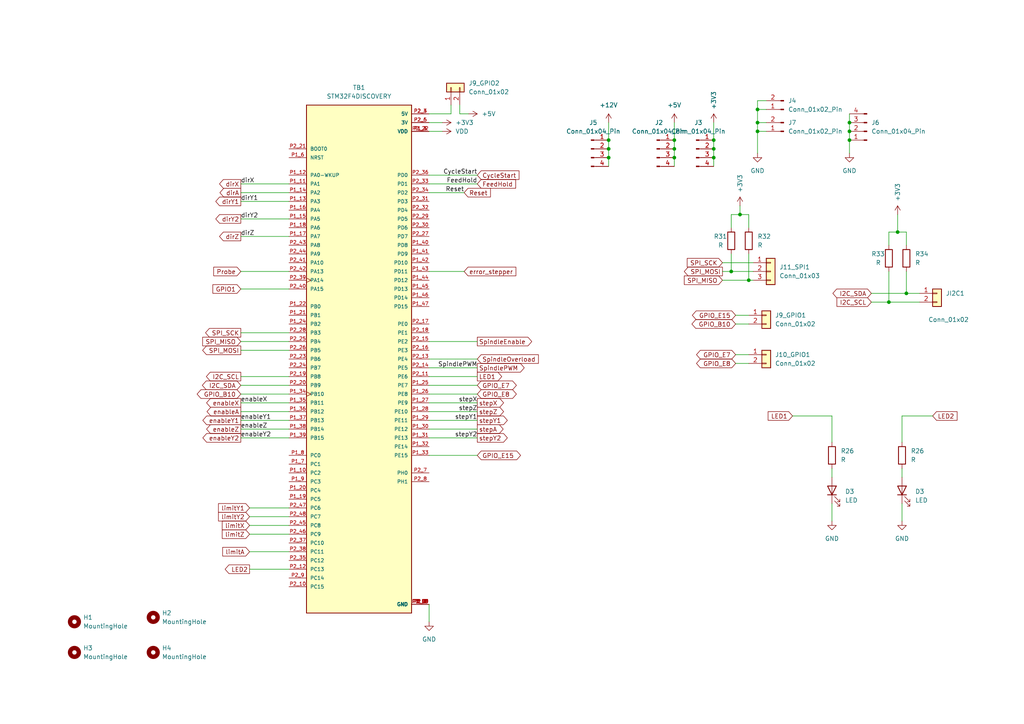
<source format=kicad_sch>
(kicad_sch (version 20230121) (generator eeschema)
  (paper "A4")
  (lib_symbols
    (symbol "Connector:Conn_01x02_Pin" (pin_names (offset 1.016) hide)
      (property "Reference" "J" (at 0 2.54 0))
      (property "Value" "Conn_01x02_Pin" (at 0 -5.08 0))
      (symbol "Conn_01x02_Pin_1_1"
        (polyline (pts (xy 1.27 -2.54) (xy 0.8636 -2.54)) (stroke (width 0.1524)))
        (polyline (pts (xy 1.27 0) (xy 0.8636 0)) (stroke (width 0.1524)))
        (rectangle (start 0.8636 -2.413) (end 0 -2.667) (stroke (width 0.1524)) (fill (type outline)))
        (rectangle (start 0.8636 0.127) (end 0 -0.127) (stroke (width 0.1524)) (fill (type outline)))
        (pin passive line (at 5.08 0 180) (length 3.81) (name "Pin_1") (number "1"))
        (pin passive line (at 5.08 -2.54 180) (length 3.81) (name "Pin_2") (number "2"))
      )
    )
    (symbol "Connector:Conn_01x04_Pin" (pin_names (offset 1.016) hide)
      (property "Reference" "J" (at 0 5.08 0))
      (property "Value" "Conn_01x04_Pin" (at 0 -7.62 0))
      (symbol "Conn_01x04_Pin_1_1"
        (polyline (pts (xy 1.27 -5.08) (xy 0.8636 -5.08)) (stroke (width 0.1524)))
        (polyline (pts (xy 1.27 -2.54) (xy 0.8636 -2.54)) (stroke (width 0.1524)))
        (polyline (pts (xy 1.27 0) (xy 0.8636 0)) (stroke (width 0.1524)))
        (polyline (pts (xy 1.27 2.54) (xy 0.8636 2.54)) (stroke (width 0.1524)))
        (rectangle (start 0.8636 -4.953) (end 0 -5.207) (stroke (width 0.1524)) (fill (type outline)))
        (rectangle (start 0.8636 -2.413) (end 0 -2.667) (stroke (width 0.1524)) (fill (type outline)))
        (rectangle (start 0.8636 0.127) (end 0 -0.127) (stroke (width 0.1524)) (fill (type outline)))
        (rectangle (start 0.8636 2.667) (end 0 2.413) (stroke (width 0.1524)) (fill (type outline)))
        (pin passive line (at 5.08 2.54 180) (length 3.81) (name "Pin_1") (number "1"))
        (pin passive line (at 5.08 0 180) (length 3.81) (name "Pin_2") (number "2"))
        (pin passive line (at 5.08 -2.54 180) (length 3.81) (name "Pin_3") (number "3"))
        (pin passive line (at 5.08 -5.08 180) (length 3.81) (name "Pin_4") (number "4"))
      )
    )
    (symbol "Connector_Generic:Conn_01x02" (pin_names (offset 1.016) hide)
      (property "Reference" "J" (at 0 2.54 0))
      (property "Value" "Conn_01x02" (at 0 -5.08 0))
      (symbol "Conn_01x02_1_1"
        (rectangle (start -1.27 -2.413) (end 0 -2.667) (stroke (width 0.1524)))
        (rectangle (start -1.27 0.127) (end 0 -0.127) (stroke (width 0.1524)))
        (rectangle (start -1.27 1.27) (end 1.27 -3.81) (stroke (width 0.254)) (fill (type background)))
        (pin passive line (at -5.08 0 0) (length 3.81) (name "Pin_1") (number "1"))
        (pin passive line (at -5.08 -2.54 0) (length 3.81) (name "Pin_2") (number "2"))
      )
    )
    (symbol "Connector_Generic:Conn_01x03" (pin_names (offset 1.016) hide)
      (property "Reference" "J" (at 0 5.08 0))
      (property "Value" "Conn_01x03" (at 0 -5.08 0))
      (symbol "Conn_01x03_1_1"
        (rectangle (start -1.27 -2.413) (end 0 -2.667) (stroke (width 0.1524)))
        (rectangle (start -1.27 0.127) (end 0 -0.127) (stroke (width 0.1524)))
        (rectangle (start -1.27 2.667) (end 0 2.413) (stroke (width 0.1524)))
        (rectangle (start -1.27 3.81) (end 1.27 -3.81) (stroke (width 0.254)) (fill (type background)))
        (pin passive line (at -5.08 2.54 0) (length 3.81) (name "Pin_1") (number "1"))
        (pin passive line (at -5.08 0 0) (length 3.81) (name "Pin_2") (number "2"))
        (pin passive line (at -5.08 -2.54 0) (length 3.81) (name "Pin_3") (number "3"))
      )
    )
    (symbol "Device:LED" (pin_numbers hide) (pin_names (offset 1.016) hide)
      (property "Reference" "D" (at 0 2.54 0))
      (property "Value" "LED" (at 0 -2.54 0))
      (symbol "LED_0_1"
        (polyline (pts (xy -1.27 -1.27) (xy -1.27 1.27)) (stroke (width 0.254)))
        (polyline (pts (xy -1.27 0) (xy 1.27 0)))
        (polyline (pts (xy 1.27 -1.27) (xy 1.27 1.27) (xy -1.27 0) (xy 1.27 -1.27)) (stroke (width 0.254)))
        (polyline (pts (xy -3.048 -0.762) (xy -4.572 -2.286) (xy -3.81 -2.286) (xy -4.572 -2.286) (xy -4.572 -1.524)))
        (polyline (pts (xy -1.778 -0.762) (xy -3.302 -2.286) (xy -2.54 -2.286) (xy -3.302 -2.286) (xy -3.302 -1.524)))
      )
      (symbol "LED_1_1"
        (pin passive line (at -3.81 0 0) (length 2.54) (name "K") (number "1"))
        (pin passive line (at 3.81 0 180) (length 2.54) (name "A") (number "2"))
      )
    )
    (symbol "Device:R" (pin_numbers hide) (pin_names (offset 0))
      (property "Reference" "R" (at 2.032 0 90))
      (property "Value" "R" (at 0 0 90))
      (symbol "R_0_1"
        (rectangle (start -1.016 -2.54) (end 1.016 2.54) (stroke (width 0.254)))
      )
      (symbol "R_1_1"
        (pin passive line (at 0 3.81 270) (length 1.27) (name "~") (number "1"))
        (pin passive line (at 0 -3.81 90) (length 1.27) (name "~") (number "2"))
      )
    )
    (symbol "Mechanical:MountingHole" (pin_names (offset 1.016))
      (property "Reference" "H" (at 0 5.08 0))
      (property "Value" "MountingHole" (at 0 3.175 0))
      (symbol "MountingHole_0_1"
        (circle (center 0 0) (radius 1.27) (stroke (width 1.27)))
      )
    )
    (symbol "STM32F4DISCOVERY:STM32F4DISCOVERY" (pin_names (offset 1.016))
      (property "Reference" "TB" (at -15.2416 74.1716 0))
      (property "Value" "STM32F4DISCOVERY" (at -15.2403 -76.2007 0))
      (symbol "STM32F4DISCOVERY_0_0"
        (rectangle (start -15.24 -73.66) (end 15.24 73.66) (stroke (width 0.254)) (fill (type background)))
        (pin power_in line (at 20.32 -71.12 180) (length 5.08) (name "GND") (number "P1_1"))
        (pin bidirectional line (at -20.32 -33.02 0) (length 5.08) (name "PC2") (number "P1_10"))
        (pin bidirectional line (at -20.32 50.8 0) (length 5.08) (name "PA1") (number "P1_11"))
        (pin bidirectional line (at -20.32 53.34 0) (length 5.08) (name "PA0-WKUP") (number "P1_12"))
        (pin bidirectional line (at -20.32 45.72 0) (length 5.08) (name "PA3") (number "P1_13"))
        (pin bidirectional line (at -20.32 48.26 0) (length 5.08) (name "PA2") (number "P1_14"))
        (pin bidirectional line (at -20.32 40.64 0) (length 5.08) (name "PA5") (number "P1_15"))
        (pin bidirectional line (at -20.32 43.18 0) (length 5.08) (name "PA4") (number "P1_16"))
        (pin bidirectional line (at -20.32 35.56 0) (length 5.08) (name "PA7") (number "P1_17"))
        (pin bidirectional line (at -20.32 38.1 0) (length 5.08) (name "PA6") (number "P1_18"))
        (pin bidirectional line (at -20.32 -40.64 0) (length 5.08) (name "PC5") (number "P1_19"))
        (pin power_in line (at 20.32 -71.12 180) (length 5.08) (name "GND") (number "P1_2"))
        (pin bidirectional line (at -20.32 -38.1 0) (length 5.08) (name "PC4") (number "P1_20"))
        (pin bidirectional line (at -20.32 12.7 0) (length 5.08) (name "PB1") (number "P1_21"))
        (pin bidirectional line (at -20.32 15.24 0) (length 5.08) (name "PB0") (number "P1_22"))
        (pin power_in line (at 20.32 -71.12 180) (length 5.08) (name "GND") (number "P1_23"))
        (pin bidirectional line (at -20.32 10.16 0) (length 5.08) (name "PB2") (number "P1_24"))
        (pin bidirectional line (at 20.32 -7.62 180) (length 5.08) (name "PE7") (number "P1_25"))
        (pin bidirectional line (at 20.32 -10.16 180) (length 5.08) (name "PE8") (number "P1_26"))
        (pin bidirectional line (at 20.32 -12.7 180) (length 5.08) (name "PE9") (number "P1_27"))
        (pin bidirectional line (at 20.32 -15.24 180) (length 5.08) (name "PE10") (number "P1_28"))
        (pin bidirectional line (at 20.32 -17.78 180) (length 5.08) (name "PE11") (number "P1_29"))
        (pin power_in line (at 20.32 66.04 180) (length 5.08) (name "VDD") (number "P1_3"))
        (pin bidirectional line (at 20.32 -20.32 180) (length 5.08) (name "PE12") (number "P1_30"))
        (pin bidirectional line (at 20.32 -22.86 180) (length 5.08) (name "PE13") (number "P1_31"))
        (pin bidirectional line (at 20.32 -25.4 180) (length 5.08) (name "PE14") (number "P1_32"))
        (pin bidirectional line (at 20.32 -27.94 180) (length 5.08) (name "PE15") (number "P1_33"))
        (pin bidirectional clock (at -20.32 -10.16 0) (length 5.08) (name "PB10") (number "P1_34"))
        (pin bidirectional line (at -20.32 -12.7 0) (length 5.08) (name "PB11") (number "P1_35"))
        (pin bidirectional line (at -20.32 -15.24 0) (length 5.08) (name "PB12") (number "P1_36"))
        (pin bidirectional line (at -20.32 -17.78 0) (length 5.08) (name "PB13") (number "P1_37"))
        (pin bidirectional line (at -20.32 -20.32 0) (length 5.08) (name "PB14") (number "P1_38"))
        (pin bidirectional line (at -20.32 -22.86 0) (length 5.08) (name "PB15") (number "P1_39"))
        (pin power_in line (at 20.32 66.04 180) (length 5.08) (name "VDD") (number "P1_4"))
        (pin bidirectional line (at 20.32 33.02 180) (length 5.08) (name "PD8") (number "P1_40"))
        (pin bidirectional line (at 20.32 30.48 180) (length 5.08) (name "PD9") (number "P1_41"))
        (pin bidirectional line (at 20.32 27.94 180) (length 5.08) (name "PD10") (number "P1_42"))
        (pin bidirectional line (at 20.32 25.4 180) (length 5.08) (name "PD11") (number "P1_43"))
        (pin bidirectional line (at 20.32 22.86 180) (length 5.08) (name "PD12") (number "P1_44"))
        (pin bidirectional line (at 20.32 20.32 180) (length 5.08) (name "PD13") (number "P1_45"))
        (pin bidirectional line (at 20.32 17.78 180) (length 5.08) (name "PD14") (number "P1_46"))
        (pin bidirectional line (at 20.32 15.24 180) (length 5.08) (name "PD15") (number "P1_47"))
        (pin power_in line (at 20.32 -71.12 180) (length 5.08) (name "GND") (number "P1_49"))
        (pin power_in line (at 20.32 -71.12 180) (length 5.08) (name "GND") (number "P1_5"))
        (pin power_in line (at 20.32 -71.12 180) (length 5.08) (name "GND") (number "P1_50"))
        (pin input line (at -20.32 58.42 0) (length 5.08) (name "NRST") (number "P1_6"))
        (pin bidirectional line (at -20.32 -30.48 0) (length 5.08) (name "PC1") (number "P1_7"))
        (pin bidirectional line (at -20.32 -27.94 0) (length 5.08) (name "PC0") (number "P1_8"))
        (pin bidirectional line (at -20.32 -35.56 0) (length 5.08) (name "PC3") (number "P1_9"))
        (pin power_in line (at 20.32 -71.12 180) (length 5.08) (name "GND") (number "P2_1"))
        (pin bidirectional line (at -20.32 -66.04 0) (length 5.08) (name "PC15") (number "P2_10"))
        (pin bidirectional line (at 20.32 -5.08 180) (length 5.08) (name "PE6") (number "P2_11"))
        (pin bidirectional line (at -20.32 -60.96 0) (length 5.08) (name "PC13") (number "P2_12"))
        (pin bidirectional line (at 20.32 0 180) (length 5.08) (name "PE4") (number "P2_13"))
        (pin bidirectional line (at 20.32 -2.54 180) (length 5.08) (name "PE5") (number "P2_14"))
        (pin bidirectional line (at 20.32 5.08 180) (length 5.08) (name "PE2") (number "P2_15"))
        (pin bidirectional line (at 20.32 2.54 180) (length 5.08) (name "PE3") (number "P2_16"))
        (pin bidirectional line (at 20.32 10.16 180) (length 5.08) (name "PE0") (number "P2_17"))
        (pin bidirectional line (at 20.32 7.62 180) (length 5.08) (name "PE1") (number "P2_18"))
        (pin bidirectional line (at -20.32 -5.08 0) (length 5.08) (name "PB8") (number "P2_19"))
        (pin power_in line (at 20.32 -71.12 180) (length 5.08) (name "GND") (number "P2_2"))
        (pin bidirectional line (at -20.32 -7.62 0) (length 5.08) (name "PB9") (number "P2_20"))
        (pin input line (at -20.32 60.96 0) (length 5.08) (name "BOOT0") (number "P2_21"))
        (pin power_in line (at 20.32 66.04 180) (length 5.08) (name "VDD") (number "P2_22"))
        (pin bidirectional line (at -20.32 0 0) (length 5.08) (name "PB6") (number "P2_23"))
        (pin bidirectional line (at -20.32 -2.54 0) (length 5.08) (name "PB7") (number "P2_24"))
        (pin bidirectional line (at -20.32 5.08 0) (length 5.08) (name "PB4") (number "P2_25"))
        (pin bidirectional line (at -20.32 2.54 0) (length 5.08) (name "PB5") (number "P2_26"))
        (pin bidirectional line (at 20.32 35.56 180) (length 5.08) (name "PD7") (number "P2_27"))
        (pin bidirectional line (at -20.32 7.62 0) (length 5.08) (name "PB3") (number "P2_28"))
        (pin bidirectional line (at 20.32 40.64 180) (length 5.08) (name "PD5") (number "P2_29"))
        (pin power_in line (at 20.32 71.12 180) (length 5.08) (name "5V") (number "P2_3"))
        (pin bidirectional line (at 20.32 38.1 180) (length 5.08) (name "PD6") (number "P2_30"))
        (pin bidirectional line (at 20.32 45.72 180) (length 5.08) (name "PD3") (number "P2_31"))
        (pin bidirectional line (at 20.32 43.18 180) (length 5.08) (name "PD4") (number "P2_32"))
        (pin bidirectional line (at 20.32 50.8 180) (length 5.08) (name "PD1") (number "P2_33"))
        (pin bidirectional line (at 20.32 48.26 180) (length 5.08) (name "PD2") (number "P2_34"))
        (pin bidirectional line (at -20.32 -58.42 0) (length 5.08) (name "PC12") (number "P2_35"))
        (pin bidirectional line (at 20.32 53.34 180) (length 5.08) (name "PD0") (number "P2_36"))
        (pin bidirectional line (at -20.32 -53.34 0) (length 5.08) (name "PC10") (number "P2_37"))
        (pin bidirectional line (at -20.32 -55.88 0) (length 5.08) (name "PC11") (number "P2_38"))
        (pin bidirectional clock (at -20.32 22.86 0) (length 5.08) (name "PA14") (number "P2_39"))
        (pin power_in line (at 20.32 71.12 180) (length 5.08) (name "5V") (number "P2_4"))
        (pin bidirectional line (at -20.32 20.32 0) (length 5.08) (name "PA15") (number "P2_40"))
        (pin bidirectional line (at -20.32 27.94 0) (length 5.08) (name "PA10") (number "P2_41"))
        (pin bidirectional line (at -20.32 25.4 0) (length 5.08) (name "PA13") (number "P2_42"))
        (pin bidirectional line (at -20.32 33.02 0) (length 5.08) (name "PA8") (number "P2_43"))
        (pin bidirectional line (at -20.32 30.48 0) (length 5.08) (name "PA9") (number "P2_44"))
        (pin bidirectional line (at -20.32 -48.26 0) (length 5.08) (name "PC8") (number "P2_45"))
        (pin bidirectional line (at -20.32 -50.8 0) (length 5.08) (name "PC9") (number "P2_46"))
        (pin bidirectional line (at -20.32 -43.18 0) (length 5.08) (name "PC6") (number "P2_47"))
        (pin bidirectional line (at -20.32 -45.72 0) (length 5.08) (name "PC7") (number "P2_48"))
        (pin power_in line (at 20.32 -71.12 180) (length 5.08) (name "GND") (number "P2_49"))
        (pin power_in line (at 20.32 68.58 180) (length 5.08) (name "3V") (number "P2_5"))
        (pin power_in line (at 20.32 -71.12 180) (length 5.08) (name "GND") (number "P2_50"))
        (pin power_in line (at 20.32 68.58 180) (length 5.08) (name "3V") (number "P2_6"))
        (pin bidirectional line (at 20.32 -33.02 180) (length 5.08) (name "PH0") (number "P2_7"))
        (pin bidirectional line (at 20.32 -35.56 180) (length 5.08) (name "PH1") (number "P2_8"))
        (pin bidirectional line (at -20.32 -63.5 0) (length 5.08) (name "PC14") (number "P2_9"))
      )
    )
    (symbol "power:+12V" (power) (pin_names (offset 0))
      (property "Value" "+12V" (at 0 3.556 0))
      (symbol "+12V_0_1"
        (polyline (pts (xy -0.762 1.27) (xy 0 2.54)))
        (polyline (pts (xy 0 0) (xy 0 2.54)))
        (polyline (pts (xy 0 2.54) (xy 0.762 1.27)))
      )
      (symbol "+12V_1_1"
        (pin power_in line (at 0 0 90) (length 0) hide (name "+12V") (number "1"))
      )
    )
    (symbol "power:+3V3" (power) (pin_names (offset 0))
      (property "Value" "+3V3" (at 0 3.556 0))
      (symbol "+3V3_0_1"
        (polyline (pts (xy -0.762 1.27) (xy 0 2.54)))
        (polyline (pts (xy 0 0) (xy 0 2.54)))
        (polyline (pts (xy 0 2.54) (xy 0.762 1.27)))
      )
      (symbol "+3V3_1_1"
        (pin power_in line (at 0 0 90) (length 0) hide (name "+3V3") (number "1"))
      )
    )
    (symbol "power:+5V" (power) (pin_names (offset 0))
      (property "Value" "+5V" (at 0 3.556 0))
      (symbol "+5V_0_1"
        (polyline (pts (xy -0.762 1.27) (xy 0 2.54)))
        (polyline (pts (xy 0 0) (xy 0 2.54)))
        (polyline (pts (xy 0 2.54) (xy 0.762 1.27)))
      )
      (symbol "+5V_1_1"
        (pin power_in line (at 0 0 90) (length 0) hide (name "+5V") (number "1"))
      )
    )
    (symbol "power:GND" (power) (pin_names (offset 0))
      (property "Value" "GND" (at 0 -3.81 0))
      (symbol "GND_0_1"
        (polyline (pts (xy 0 0) (xy 0 -1.27) (xy 1.27 -1.27) (xy 0 -2.54) (xy -1.27 -1.27) (xy 0 -1.27)))
      )
      (symbol "GND_1_1"
        (pin power_in line (at 0 0 270) (length 0) hide (name "GND") (number "1"))
      )
    )
    (symbol "power:VDD" (power) (pin_names (offset 0))
      (property "Value" "VDD" (at 0 3.81 0))
      (symbol "VDD_0_1"
        (polyline (pts (xy -0.762 1.27) (xy 0 2.54)))
        (polyline (pts (xy 0 0) (xy 0 2.54)))
        (polyline (pts (xy 0 2.54) (xy 0.762 1.27)))
      )
      (symbol "VDD_1_1"
        (pin power_in line (at 0 0 90) (length 0) hide (name "VDD") (number "1"))
      )
    )
  )
  (junction (at 257.81 87.63))
  (junction (at 212.09 78.74))
  (junction (at 219.71 31.75))
  (junction (at 246.38 38.1))
  (junction (at 176.53 43.18))
  (junction (at 219.71 38.1))
  (junction (at 195.58 45.72))
  (junction (at 195.58 40.64))
  (junction (at 207.01 43.18))
  (junction (at 214.63 62.23))
  (junction (at 246.38 40.64))
  (junction (at 207.01 45.72))
  (junction (at 217.17 81.28))
  (junction (at 207.01 40.64))
  (junction (at 219.71 35.56))
  (junction (at 195.58 43.18))
  (junction (at 260.35 67.31))
  (junction (at 176.53 40.64))
  (junction (at 246.38 35.56))
  (junction (at 262.89 85.09))
  (junction (at 176.53 45.72))
  (wire (pts (xy 124.46 109.22) (xy 138.43 109.22)))
  (wire (pts (xy 135.89 33.02) (xy 133.35 33.02)))
  (wire (pts (xy 213.36 102.87) (xy 217.17 102.87)))
  (wire (pts (xy 195.58 35.56) (xy 195.58 40.64)))
  (wire (pts (xy 219.71 38.1) (xy 222.25 38.1)))
  (wire (pts (xy 195.58 40.64) (xy 195.58 43.18)))
  (wire (pts (xy 212.09 62.23) (xy 214.63 62.23)))
  (wire (pts (xy 124.46 132.08) (xy 138.43 132.08)))
  (wire (pts (xy 219.71 29.21) (xy 219.71 31.75)))
  (wire (pts (xy 69.85 96.52) (xy 83.82 96.52)))
  (wire (pts (xy 219.71 29.21) (xy 222.25 29.21)))
  (wire (pts (xy 69.85 83.82) (xy 83.82 83.82)))
  (wire (pts (xy 69.85 116.84) (xy 83.82 116.84)))
  (wire (pts (xy 72.39 154.94) (xy 83.82 154.94)))
  (wire (pts (xy 241.3 146.05) (xy 241.3 151.13)))
  (wire (pts (xy 212.09 78.74) (xy 218.44 78.74)))
  (wire (pts (xy 176.53 45.72) (xy 176.53 48.26)))
  (wire (pts (xy 260.35 67.31) (xy 262.89 67.31)))
  (wire (pts (xy 124.46 111.76) (xy 138.43 111.76)))
  (wire (pts (xy 260.35 62.23) (xy 260.35 67.31)))
  (wire (pts (xy 252.73 85.09) (xy 262.89 85.09)))
  (wire (pts (xy 207.01 40.64) (xy 207.01 43.18)))
  (wire (pts (xy 209.55 76.2) (xy 218.44 76.2)))
  (wire (pts (xy 69.85 99.06) (xy 83.82 99.06)))
  (wire (pts (xy 246.38 38.1) (xy 246.38 40.64)))
  (wire (pts (xy 69.85 127) (xy 83.82 127)))
  (wire (pts (xy 69.85 101.6) (xy 83.82 101.6)))
  (wire (pts (xy 213.36 93.98) (xy 217.17 93.98)))
  (wire (pts (xy 69.85 55.88) (xy 83.82 55.88)))
  (wire (pts (xy 69.85 68.58) (xy 83.82 68.58)))
  (wire (pts (xy 262.89 67.31) (xy 262.89 71.12)))
  (wire (pts (xy 69.85 53.34) (xy 83.82 53.34)))
  (wire (pts (xy 124.46 78.74) (xy 134.62 78.74)))
  (wire (pts (xy 72.39 149.86) (xy 83.82 149.86)))
  (wire (pts (xy 69.85 78.74) (xy 83.82 78.74)))
  (wire (pts (xy 209.55 78.74) (xy 212.09 78.74)))
  (wire (pts (xy 217.17 73.66) (xy 217.17 81.28)))
  (wire (pts (xy 124.46 124.46) (xy 138.43 124.46)))
  (wire (pts (xy 207.01 45.72) (xy 207.01 48.26)))
  (wire (pts (xy 124.46 35.56) (xy 128.27 35.56)))
  (wire (pts (xy 212.09 66.04) (xy 212.09 62.23)))
  (wire (pts (xy 72.39 152.4) (xy 83.82 152.4)))
  (wire (pts (xy 213.36 105.41) (xy 217.17 105.41)))
  (wire (pts (xy 176.53 35.56) (xy 176.53 40.64)))
  (wire (pts (xy 209.55 81.28) (xy 217.17 81.28)))
  (wire (pts (xy 241.3 135.89) (xy 241.3 138.43)))
  (wire (pts (xy 212.09 73.66) (xy 212.09 78.74)))
  (wire (pts (xy 219.71 35.56) (xy 219.71 38.1)))
  (wire (pts (xy 195.58 43.18) (xy 195.58 45.72)))
  (wire (pts (xy 124.46 33.02) (xy 130.81 33.02)))
  (wire (pts (xy 261.62 120.65) (xy 261.62 128.27)))
  (wire (pts (xy 176.53 40.64) (xy 176.53 43.18)))
  (wire (pts (xy 257.81 67.31) (xy 260.35 67.31)))
  (wire (pts (xy 130.81 33.02) (xy 130.81 30.48)))
  (wire (pts (xy 176.53 43.18) (xy 176.53 45.72)))
  (wire (pts (xy 69.85 124.46) (xy 83.82 124.46)))
  (wire (pts (xy 69.85 121.92) (xy 83.82 121.92)))
  (wire (pts (xy 124.46 99.06) (xy 138.43 99.06)))
  (wire (pts (xy 124.46 119.38) (xy 138.43 119.38)))
  (wire (pts (xy 124.46 175.26) (xy 124.46 180.34)))
  (wire (pts (xy 124.46 104.14) (xy 138.43 104.14)))
  (wire (pts (xy 261.62 146.05) (xy 261.62 151.13)))
  (wire (pts (xy 69.85 109.22) (xy 83.82 109.22)))
  (wire (pts (xy 124.46 50.8) (xy 138.43 50.8)))
  (wire (pts (xy 214.63 62.23) (xy 217.17 62.23)))
  (wire (pts (xy 138.43 121.92) (xy 124.46 121.92)))
  (wire (pts (xy 262.89 85.09) (xy 266.7 85.09)))
  (wire (pts (xy 219.71 35.56) (xy 222.25 35.56)))
  (wire (pts (xy 241.3 120.65) (xy 241.3 128.27)))
  (wire (pts (xy 133.35 33.02) (xy 133.35 30.48)))
  (wire (pts (xy 72.39 160.02) (xy 83.82 160.02)))
  (wire (pts (xy 217.17 81.28) (xy 218.44 81.28)))
  (wire (pts (xy 257.81 71.12) (xy 257.81 67.31)))
  (wire (pts (xy 219.71 38.1) (xy 219.71 44.45)))
  (wire (pts (xy 257.81 78.74) (xy 257.81 87.63)))
  (wire (pts (xy 261.62 135.89) (xy 261.62 138.43)))
  (wire (pts (xy 124.46 106.68) (xy 138.43 106.68)))
  (wire (pts (xy 262.89 78.74) (xy 262.89 85.09)))
  (wire (pts (xy 69.85 111.76) (xy 83.82 111.76)))
  (wire (pts (xy 124.46 53.34) (xy 138.43 53.34)))
  (wire (pts (xy 219.71 31.75) (xy 222.25 31.75)))
  (wire (pts (xy 69.85 119.38) (xy 83.82 119.38)))
  (wire (pts (xy 246.38 33.02) (xy 246.38 35.56)))
  (wire (pts (xy 69.85 58.42) (xy 83.82 58.42)))
  (wire (pts (xy 219.71 31.75) (xy 219.71 35.56)))
  (wire (pts (xy 266.7 87.63) (xy 257.81 87.63)))
  (wire (pts (xy 138.43 127) (xy 124.46 127)))
  (wire (pts (xy 246.38 35.56) (xy 246.38 38.1)))
  (wire (pts (xy 124.46 114.3) (xy 138.43 114.3)))
  (wire (pts (xy 252.73 87.63) (xy 257.81 87.63)))
  (wire (pts (xy 214.63 59.69) (xy 214.63 62.23)))
  (wire (pts (xy 124.46 38.1) (xy 128.27 38.1)))
  (wire (pts (xy 138.43 116.84) (xy 124.46 116.84)))
  (wire (pts (xy 229.87 120.65) (xy 241.3 120.65)))
  (wire (pts (xy 72.39 165.1) (xy 83.82 165.1)))
  (wire (pts (xy 246.38 40.64) (xy 246.38 44.45)))
  (wire (pts (xy 69.85 63.5) (xy 83.82 63.5)))
  (wire (pts (xy 207.01 35.56) (xy 207.01 40.64)))
  (wire (pts (xy 261.62 120.65) (xy 270.51 120.65)))
  (wire (pts (xy 72.39 147.32) (xy 83.82 147.32)))
  (wire (pts (xy 195.58 45.72) (xy 195.58 48.26)))
  (wire (pts (xy 69.85 114.3) (xy 83.82 114.3)))
  (wire (pts (xy 207.01 43.18) (xy 207.01 45.72)))
  (wire (pts (xy 217.17 66.04) (xy 217.17 62.23)))
  (wire (pts (xy 124.46 55.88) (xy 134.62 55.88)))
  (wire (pts (xy 213.36 91.44) (xy 217.17 91.44)))
  (label "dirY1" (at 69.85 58.42 0))
  (label "stepY1" (at 138.43 121.92 180))
  (label "dirZ" (at 69.85 68.58 0))
  (label "stepY2" (at 138.43 127 180))
  (label "dirY2" (at 69.85 63.5 0))
  (label "enableY2" (at 69.85 127 0))
  (label "dirX" (at 69.85 53.34 0))
  (label "enableZ" (at 69.85 124.46 0))
  (label "CycleStart" (at 138.43 50.8 180))
  (label "enableY1" (at 69.85 121.92 0))
  (label "Reset" (at 134.62 55.88 180))
  (label "stepZ" (at 138.43 119.38 180))
  (label "enableX" (at 69.85 116.84 0))
  (label "stepX" (at 138.43 116.84 180))
  (label "FeedHold" (at 138.43 53.34 180))
  (label "SpindlePWM" (at 138.43 106.68 180))
  (global_label "Probe" (shape input) (at 69.85 78.74 180) (property "Intersheetrefs" "${INTERSHEET_REFS}" (effects hide)))
  (global_label "limitY1" (shape input) (at 72.39 147.32 180) (property "Intersheetrefs" "${INTERSHEET_REFS}" (effects hide)))
  (global_label "GPIO_E8" (shape bidirectional) (at 138.43 114.3 0) (property "Intersheetrefs" "${INTERSHEET_REFS}" (effects hide)))
  (global_label "LED2" (shape output) (at 72.39 165.1 180) (property "Intersheetrefs" "${INTERSHEET_REFS}" (effects hide)))
  (global_label "GPIO_E8" (shape bidirectional) (at 213.36 105.41 180) (property "Intersheetrefs" "${INTERSHEET_REFS}" (effects hide)))
  (global_label "GPIO_E15" (shape bidirectional) (at 213.36 91.44 180) (property "Intersheetrefs" "${INTERSHEET_REFS}" (effects hide)))
  (global_label "stepY1" (shape output) (at 138.43 121.92 0) (property "Intersheetrefs" "${INTERSHEET_REFS}" (effects hide)))
  (global_label "limitZ" (shape input) (at 72.39 154.94 180) (property "Intersheetrefs" "${INTERSHEET_REFS}" (effects hide)))
  (global_label "SPI_SCK" (shape output) (at 69.85 96.52 180) (property "Intersheetrefs" "${INTERSHEET_REFS}" (effects hide)))
  (global_label "FeedHold" (shape input) (at 138.43 53.34 0) (property "Intersheetrefs" "${INTERSHEET_REFS}" (effects hide)))
  (global_label "I2C_SCL" (shape input) (at 252.73 87.63 180) (property "Intersheetrefs" "${INTERSHEET_REFS}" (effects hide)))
  (global_label "SpindlePWM" (shape output) (at 138.43 106.68 0) (property "Intersheetrefs" "${INTERSHEET_REFS}" (effects hide)))
  (global_label "dirX" (shape output) (at 69.85 53.34 180) (property "Intersheetrefs" "${INTERSHEET_REFS}" (effects hide)))
  (global_label "limitY2" (shape input) (at 72.39 149.86 180) (property "Intersheetrefs" "${INTERSHEET_REFS}" (effects hide)))
  (global_label "dirZ" (shape output) (at 69.85 68.58 180) (property "Intersheetrefs" "${INTERSHEET_REFS}" (effects hide)))
  (global_label "SPI_MISO" (shape input) (at 209.55 81.28 180) (property "Intersheetrefs" "${INTERSHEET_REFS}" (effects hide)))
  (global_label "limitA" (shape input) (at 72.39 160.02 180) (property "Intersheetrefs" "${INTERSHEET_REFS}" (effects hide)))
  (global_label "LED2" (shape input) (at 270.51 120.65 0) (property "Intersheetrefs" "${INTERSHEET_REFS}" (effects hide)))
  (global_label "SPI_MOSI" (shape output) (at 69.85 101.6 180) (property "Intersheetrefs" "${INTERSHEET_REFS}" (effects hide)))
  (global_label "limitX" (shape input) (at 72.39 152.4 180) (property "Intersheetrefs" "${INTERSHEET_REFS}" (effects hide)))
  (global_label "dirY2" (shape output) (at 69.85 63.5 180) (property "Intersheetrefs" "${INTERSHEET_REFS}" (effects hide)))
  (global_label "enableZ" (shape output) (at 69.85 124.46 180) (property "Intersheetrefs" "${INTERSHEET_REFS}" (effects hide)))
  (global_label "SPI_SCK" (shape input) (at 209.55 76.2 180) (property "Intersheetrefs" "${INTERSHEET_REFS}" (effects hide)))
  (global_label "GPIO_E7" (shape bidirectional) (at 138.43 111.76 0) (property "Intersheetrefs" "${INTERSHEET_REFS}" (effects hide)))
  (global_label "GPIO_B10" (shape bidirectional) (at 69.85 114.3 180) (property "Intersheetrefs" "${INTERSHEET_REFS}" (effects hide)))
  (global_label "enableY2" (shape output) (at 69.85 127 180) (property "Intersheetrefs" "${INTERSHEET_REFS}" (effects hide)))
  (global_label "GPIO_B10" (shape bidirectional) (at 213.36 93.98 180) (property "Intersheetrefs" "${INTERSHEET_REFS}" (effects hide)))
  (global_label "LED1" (shape output) (at 138.43 109.22 0) (property "Intersheetrefs" "${INTERSHEET_REFS}" (effects hide)))
  (global_label "error_stepper" (shape input) (at 134.62 78.74 0) (property "Intersheetrefs" "${INTERSHEET_REFS}" (effects hide)))
  (global_label "SpindleEnable" (shape output) (at 138.43 99.06 0) (property "Intersheetrefs" "${INTERSHEET_REFS}" (effects hide)))
  (global_label "SPI_MISO" (shape input) (at 69.85 99.06 180) (property "Intersheetrefs" "${INTERSHEET_REFS}" (effects hide)))
  (global_label "GPIO_E15" (shape bidirectional) (at 138.43 132.08 0) (property "Intersheetrefs" "${INTERSHEET_REFS}" (effects hide)))
  (global_label "SpindleOverload" (shape input) (at 138.43 104.14 0) (property "Intersheetrefs" "${INTERSHEET_REFS}" (effects hide)))
  (global_label "SPI_MOSI" (shape output) (at 209.55 78.74 180) (property "Intersheetrefs" "${INTERSHEET_REFS}" (effects hide)))
  (global_label "GPIO1" (shape input) (at 69.85 83.82 180) (property "Intersheetrefs" "${INTERSHEET_REFS}" (effects hide)))
  (global_label "stepZ" (shape output) (at 138.43 119.38 0) (property "Intersheetrefs" "${INTERSHEET_REFS}" (effects hide)))
  (global_label "Reset" (shape input) (at 134.62 55.88 0) (property "Intersheetrefs" "${INTERSHEET_REFS}" (effects hide)))
  (global_label "dirA" (shape output) (at 69.85 55.88 180) (property "Intersheetrefs" "${INTERSHEET_REFS}" (effects hide)))
  (global_label "enableY1" (shape output) (at 69.85 121.92 180) (property "Intersheetrefs" "${INTERSHEET_REFS}" (effects hide)))
  (global_label "GPIO_E7" (shape bidirectional) (at 213.36 102.87 180) (property "Intersheetrefs" "${INTERSHEET_REFS}" (effects hide)))
  (global_label "enableA" (shape output) (at 69.85 119.38 180) (property "Intersheetrefs" "${INTERSHEET_REFS}" (effects hide)))
  (global_label "stepA" (shape output) (at 138.43 124.46 0) (property "Intersheetrefs" "${INTERSHEET_REFS}" (effects hide)))
  (global_label "I2C_SDA" (shape bidirectional) (at 252.73 85.09 180) (property "Intersheetrefs" "${INTERSHEET_REFS}" (effects hide)))
  (global_label "I2C_SCL" (shape output) (at 69.85 109.22 180) (property "Intersheetrefs" "${INTERSHEET_REFS}" (effects hide)))
  (global_label "dirY1" (shape output) (at 69.85 58.42 180) (property "Intersheetrefs" "${INTERSHEET_REFS}" (effects hide)))
  (global_label "stepY2" (shape output) (at 138.43 127 0) (property "Intersheetrefs" "${INTERSHEET_REFS}" (effects hide)))
  (global_label "enableX" (shape output) (at 69.85 116.84 180) (property "Intersheetrefs" "${INTERSHEET_REFS}" (effects hide)))
  (global_label "CycleStart" (shape input) (at 138.43 50.8 0) (property "Intersheetrefs" "${INTERSHEET_REFS}" (effects hide)))
  (global_label "LED1" (shape input) (at 229.87 120.65 180) (property "Intersheetrefs" "${INTERSHEET_REFS}" (effects hide)))
  (global_label "I2C_SDA" (shape bidirectional) (at 69.85 111.76 180) (property "Intersheetrefs" "${INTERSHEET_REFS}" (effects hide)))
  (global_label "stepX" (shape output) (at 138.43 116.84 0) (property "Intersheetrefs" "${INTERSHEET_REFS}" (effects hide)))
  (symbol (lib_id "Device:R") (at 241.3 132.08 0) (unit 1)
    (property "Reference" "R26" (at 243.84 130.81 0) (effects (justify left)))
    (property "Value" "R" (at 243.84 133.35 0) (effects (justify left)))
    (property "Footprint" "Resistor_SMD:R_0201_0603Metric_Pad0.64x0.40mm_HandSolder" (effects hide))
    (instances (project "stm_bob" (path "" (reference "R26") (unit 1)) (path "" (reference "R29") (unit 1))))
  )
  (symbol (lib_id "power:VDD") (at 128.27 38.1 270) (unit 1)
    (property "Reference" "#PWR045" (effects hide))
    (property "Value" "VDD" (at 132.08 38.1 90) (effects (justify left)))
    (instances (project "stm_bob" (path "" (reference "#PWR045") (unit 1)) (path "" (reference "#PWR07") (unit 1))))
  )
  (symbol (lib_id "power:GND") (at 219.71 44.45 0) (mirror y) (unit 1)
    (property "Reference" "#PWR04" (effects hide))
    (property "Value" "GND" (at 219.71 49.53 0))
    (instances (project "stm_bob" (path "" (reference "#PWR04") (unit 1)) (path "" (reference "#PWR086") (unit 1))))
  )
  (symbol (lib_id "power:+5V") (at 135.89 33.02 270) (unit 1)
    (property "Reference" "#PWR08" (effects hide))
    (property "Value" "+5V" (at 139.7 33.02 90) (effects (justify left)))
    (instances (project "stm_bob" (path "" (reference "#PWR08") (unit 1)) (path "" (reference "#PWR043") (unit 1))))
  )
  (symbol (lib_id "Connector_Generic:Conn_01x02") (at 271.78 85.09 0) (unit 1)
    (property "Reference" "JI2C1" (at 274.32 85.09 0) (effects (justify left)))
    (property "Value" "Conn_01x02" (at 269.24 92.71 0) (effects (justify left)))
    (property "Footprint" "Connector_PinHeader_2.54mm:PinHeader_1x02_P2.54mm_Vertical" (effects hide))
  )
  (symbol (lib_id "Connector_Generic:Conn_01x02") (at 222.25 91.44 0) (unit 1)
    (property "Reference" "J9_GPIO1" (at 224.79 91.44 0) (effects (justify left)))
    (property "Value" "Conn_01x02" (at 224.79 93.98 0) (effects (justify left)))
    (property "Footprint" "Connector_PinHeader_2.54mm:PinHeader_1x02_P2.54mm_Vertical" (effects hide))
  )
  (symbol (lib_id "power:GND") (at 246.38 44.45 0) (mirror y) (unit 1)
    (property "Reference" "#PWR04" (effects hide))
    (property "Value" "GND" (at 246.38 49.53 0))
    (instances (project "stm_bob" (path "" (reference "#PWR04") (unit 1)) (path "" (reference "#PWR088") (unit 1))))
  )
  (symbol (lib_id "Device:LED") (at 241.3 142.24 90) (unit 1)
    (property "Reference" "D3" (at 245.11 142.5575 90) (effects (justify right)))
    (property "Value" "LED" (at 245.11 145.0975 90) (effects (justify right)))
    (property "Footprint" "Diode_SMD:D_0805_2012Metric_Pad1.15x1.40mm_HandSolder" (effects hide))
    (instances (project "stm_bob" (path "" (reference "D3") (unit 1)) (path "" (reference "D6") (unit 1))))
  )
  (symbol (lib_id "Mechanical:MountingHole") (at 21.59 189.23 0) (unit 1)
    (property "Reference" "H3" (at 24.13 187.96 0) (effects (justify left)))
    (property "Value" "MountingHole" (at 24.13 190.5 0) (effects (justify left)))
    (property "Footprint" "MountingHole:MountingHole_2.5mm" (effects hide))
  )
  (symbol (lib_id "Device:R") (at 212.09 69.85 0) (unit 1)
    (property "Reference" "R31" (at 207.01 68.58 0) (effects (justify left)))
    (property "Value" "R" (at 208.28 71.12 0) (effects (justify left)))
    (property "Footprint" "Resistor_SMD:R_0201_0603Metric_Pad0.64x0.40mm_HandSolder" (effects hide))
  )
  (symbol (lib_id "Device:LED") (at 261.62 142.24 90) (unit 1)
    (property "Reference" "D3" (at 265.43 142.5575 90) (effects (justify right)))
    (property "Value" "LED" (at 265.43 145.0975 90) (effects (justify right)))
    (property "Footprint" "Diode_SMD:D_0805_2012Metric_Pad1.15x1.40mm_HandSolder" (effects hide))
    (instances (project "stm_bob" (path "" (reference "D3") (unit 1)) (path "" (reference "D7") (unit 1))))
  )
  (symbol (lib_id "power:+3V3") (at 260.35 62.23 0) (unit 1)
    (property "Reference" "#PWR06" (effects hide))
    (property "Value" "+3V3" (at 260.35 58.42 90) (effects (justify left)))
    (instances (project "stm_bob" (path "" (reference "#PWR06") (unit 1)) (path "" (reference "#PWR0130") (unit 1))))
  )
  (symbol (lib_id "STM32F4DISCOVERY:STM32F4DISCOVERY") (at 104.14 104.14 0) (unit 1)
    (property "Reference" "TB1" (at 104.14 25.4 0))
    (property "Value" "STM32F4DISCOVERY" (at 104.14 27.94 0))
    (property "Footprint" "STM32F4DISCOVERY:MODULE_STM32F4DISCOVERY" (effects hide))
    (property "MF" "STMicroelectronics" (effects hide))
    (property "Description" "\nSTM32F407VGT6 Discovery STM32F4 ARM® Cortex®-M4 MCU 32-Bit Embedded Evaluation Board\n" (effects hide))
    (property "Package" "None" (effects hide))
    (property "Price" "None" (effects hide))
    (property "STANDARD" "Manufacturer Recommendations" (effects hide))
    (property "PARTREV" "6" (effects hide))
    (property "SnapEDA_Link" "https://www.snapeda.com/parts/STM32F4DISCOVERY/STMicroelectronics/view-part/?ref=snap" (effects hide))
    (property "MP" "STM32F4DISCOVERY" (effects hide))
    (property "Purchase-URL" "https://www.snapeda.com/api/url_track_click_mouser/?unipart_id=46335&manufacturer=STMicroelectronics&part_name=STM32F4DISCOVERY&search_term=stm32 discovery" (effects hide))
    (property "Availability" "In Stock" (effects hide))
    (property "Check_prices" "https://www.snapeda.com/parts/STM32F4DISCOVERY/STMicroelectronics/view-part/?ref=eda" (effects hide))
  )
  (symbol (lib_id "power:+3V3") (at 214.63 59.69 0) (unit 1)
    (property "Reference" "#PWR06" (effects hide))
    (property "Value" "+3V3" (at 214.63 55.88 90) (effects (justify left)))
    (instances (project "stm_bob" (path "" (reference "#PWR06") (unit 1)) (path "" (reference "#PWR0128") (unit 1))))
  )
  (symbol (lib_id "Connector:Conn_01x02_Pin") (at 227.33 31.75 180) (unit 1)
    (property "Reference" "J4" (at 228.6 29.21 0) (effects (justify right)))
    (property "Value" "Conn_01x02_Pin" (at 228.6 31.75 0) (effects (justify right)))
    (property "Footprint" "Connector_PinHeader_2.54mm:PinHeader_1x02_P2.54mm_Vertical" (effects hide))
  )
  (symbol (lib_id "power:+12V") (at 176.53 35.56 0) (unit 1)
    (property "Reference" "#PWR087" (effects hide))
    (property "Value" "+12V" (at 176.53 30.48 0))
  )
  (symbol (lib_id "Mechanical:MountingHole") (at 44.45 189.23 0) (unit 1)
    (property "Reference" "H4" (at 46.99 187.96 0) (effects (justify left)))
    (property "Value" "MountingHole" (at 46.99 190.5 0) (effects (justify left)))
    (property "Footprint" "MountingHole:MountingHole_2.5mm" (effects hide))
  )
  (symbol (lib_id "power:GND") (at 124.46 180.34 0) (unit 1)
    (property "Reference" "#PWR04" (effects hide))
    (property "Value" "GND" (at 124.46 185.42 0))
    (instances (project "stm_bob" (path "" (reference "#PWR04") (unit 1)) (path "" (reference "#PWR042") (unit 1))))
  )
  (symbol (lib_id "Device:R") (at 262.89 74.93 0) (unit 1)
    (property "Reference" "R34" (at 265.43 73.66 0) (effects (justify left)))
    (property "Value" "R" (at 265.43 76.2 0) (effects (justify left)))
    (property "Footprint" "Resistor_SMD:R_0201_0603Metric_Pad0.64x0.40mm_HandSolder" (effects hide))
  )
  (symbol (lib_id "power:GND") (at 261.62 151.13 0) (unit 1)
    (property "Reference" "#PWR0122" (effects hide))
    (property "Value" "GND" (at 261.62 156.21 0))
    (instances (project "stm_bob" (path "" (reference "#PWR0122") (unit 1)) (path "" (reference "#PWR0131") (unit 1))))
  )
  (symbol (lib_id "Device:R") (at 257.81 74.93 0) (unit 1)
    (property "Reference" "R33" (at 252.73 73.66 0) (effects (justify left)))
    (property "Value" "R" (at 254 76.2 0) (effects (justify left)))
    (property "Footprint" "Resistor_SMD:R_0201_0603Metric_Pad0.64x0.40mm_HandSolder" (effects hide))
  )
  (symbol (lib_id "power:GND") (at 241.3 151.13 0) (unit 1)
    (property "Reference" "#PWR0122" (effects hide))
    (property "Value" "GND" (at 241.3 156.21 0))
    (instances (project "stm_bob" (path "" (reference "#PWR0122") (unit 1)) (path "" (reference "#PWR0129") (unit 1))))
  )
  (symbol (lib_id "Connector_Generic:Conn_01x02") (at 130.81 25.4 90) (unit 1)
    (property "Reference" "J9_GPIO2" (at 135.89 24.13 90) (effects (justify right)))
    (property "Value" "Conn_01x02" (at 135.89 26.67 90) (effects (justify right)))
    (property "Footprint" "Connector_PinHeader_2.54mm:PinHeader_1x02_P2.54mm_Vertical" (effects hide))
  )
  (symbol (lib_id "Connector:Conn_01x04_Pin") (at 201.93 43.18 0) (unit 1)
    (property "Reference" "J3" (at 202.565 35.56 0))
    (property "Value" "Conn_01x04_Pin" (at 202.565 38.1 0))
    (property "Footprint" "Connector_PinHeader_2.54mm:PinHeader_1x04_P2.54mm_Vertical" (effects hide))
  )
  (symbol (lib_id "power:+3V3") (at 128.27 35.56 270) (unit 1)
    (property "Reference" "#PWR06" (effects hide))
    (property "Value" "+3V3" (at 132.08 35.56 90) (effects (justify left)))
    (instances (project "stm_bob" (path "" (reference "#PWR06") (unit 1)) (path "" (reference "#PWR044") (unit 1))))
  )
  (symbol (lib_id "Connector:Conn_01x04_Pin") (at 251.46 38.1 180) (unit 1)
    (property "Reference" "J6" (at 252.73 35.56 0) (effects (justify right)))
    (property "Value" "Conn_01x04_Pin" (at 252.73 38.1 0) (effects (justify right)))
    (property "Footprint" "Connector_PinHeader_2.54mm:PinHeader_1x04_P2.54mm_Vertical" (effects hide))
  )
  (symbol (lib_id "power:+3V3") (at 207.01 35.56 0) (unit 1)
    (property "Reference" "#PWR06" (effects hide))
    (property "Value" "+3V3" (at 207.01 31.75 90) (effects (justify left)))
    (instances (project "stm_bob" (path "" (reference "#PWR06") (unit 1)) (path "" (reference "#PWR085") (unit 1))))
  )
  (symbol (lib_id "Connector:Conn_01x04_Pin") (at 190.5 43.18 0) (unit 1)
    (property "Reference" "J2" (at 191.135 35.56 0))
    (property "Value" "Conn_01x04_Pin" (at 191.135 38.1 0))
    (property "Footprint" "Connector_PinHeader_2.54mm:PinHeader_1x04_P2.54mm_Vertical" (effects hide))
  )
  (symbol (lib_id "Connector_Generic:Conn_01x03") (at 223.52 78.74 0) (unit 1)
    (property "Reference" "J11_SPI1" (at 226.06 77.47 0) (effects (justify left)))
    (property "Value" "Conn_01x03" (at 226.06 80.01 0) (effects (justify left)))
    (property "Footprint" "Connector_PinHeader_2.54mm:PinHeader_1x03_P2.54mm_Vertical" (effects hide))
  )
  (symbol (lib_id "power:+5V") (at 195.58 35.56 0) (unit 1)
    (property "Reference" "#PWR084" (effects hide))
    (property "Value" "+5V" (at 195.58 30.48 0))
  )
  (symbol (lib_id "Mechanical:MountingHole") (at 44.45 179.07 0) (unit 1)
    (property "Reference" "H2" (at 46.99 177.8 0) (effects (justify left)))
    (property "Value" "MountingHole" (at 46.99 180.34 0) (effects (justify left)))
    (property "Footprint" "MountingHole:MountingHole_2.5mm" (effects hide))
  )
  (symbol (lib_id "Device:R") (at 217.17 69.85 0) (unit 1)
    (property "Reference" "R32" (at 219.71 68.58 0) (effects (justify left)))
    (property "Value" "R" (at 219.71 71.12 0) (effects (justify left)))
    (property "Footprint" "Resistor_SMD:R_0201_0603Metric_Pad0.64x0.40mm_HandSolder" (effects hide))
  )
  (symbol (lib_id "Connector:Conn_01x02_Pin") (at 227.33 38.1 180) (unit 1)
    (property "Reference" "J7" (at 228.6 35.56 0) (effects (justify right)))
    (property "Value" "Conn_01x02_Pin" (at 228.6 38.1 0) (effects (justify right)))
    (property "Footprint" "Connector_PinHeader_2.54mm:PinHeader_1x02_P2.54mm_Vertical" (effects hide))
  )
  (symbol (lib_id "Mechanical:MountingHole") (at 21.59 180.34 0) (unit 1)
    (property "Reference" "H1" (at 24.13 179.07 0) (effects (justify left)))
    (property "Value" "MountingHole" (at 24.13 181.61 0) (effects (justify left)))
    (property "Footprint" "MountingHole:MountingHole_2.5mm" (effects hide))
  )
  (symbol (lib_id "Connector:Conn_01x04_Pin") (at 171.45 43.18 0) (unit 1)
    (property "Reference" "J5" (at 172.085 35.56 0))
    (property "Value" "Conn_01x04_Pin" (at 172.085 38.1 0))
    (property "Footprint" "Connector_PinHeader_2.54mm:PinHeader_1x04_P2.54mm_Vertical" (effects hide))
  )
  (symbol (lib_id "Device:R") (at 261.62 132.08 0) (unit 1)
    (property "Reference" "R26" (at 264.16 130.81 0) (effects (justify left)))
    (property "Value" "R" (at 264.16 133.35 0) (effects (justify left)))
    (property "Footprint" "Resistor_SMD:R_0201_0603Metric_Pad0.64x0.40mm_HandSolder" (effects hide))
    (instances (project "stm_bob" (path "" (reference "R26") (unit 1)) (path "" (reference "R30") (unit 1))))
  )
  (symbol (lib_id "Connector_Generic:Conn_01x02") (at 222.25 102.87 0) (unit 1)
    (property "Reference" "J10_GPIO1" (at 224.79 102.87 0) (effects (justify left)))
    (property "Value" "Conn_01x02" (at 224.79 105.41 0) (effects (justify left)))
    (property "Footprint" "Connector_PinHeader_2.54mm:PinHeader_1x02_P2.54mm_Vertical" (effects hide))
  )
)
</source>
